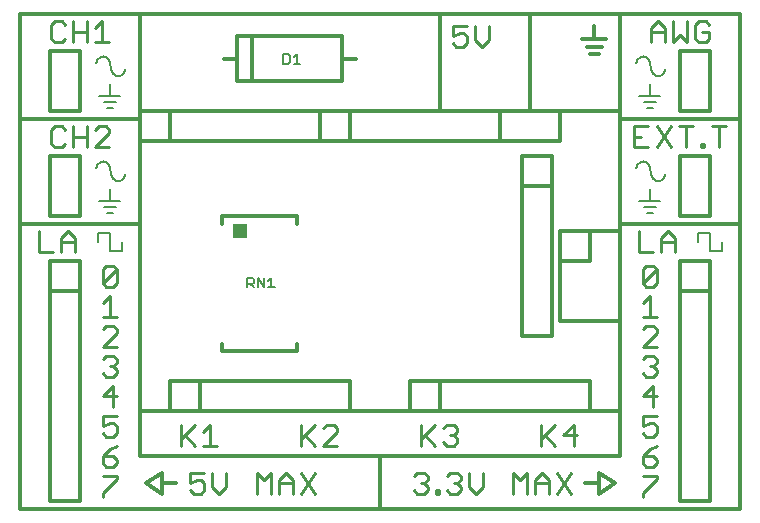
<source format=gto>
G75*
G70*
%OFA0B0*%
%FSLAX24Y24*%
%IPPOS*%
%LPD*%
%AMOC8*
5,1,8,0,0,1.08239X$1,22.5*
%
%ADD10C,0.0000*%
%ADD11C,0.0100*%
%ADD12C,0.0080*%
%ADD13C,0.0120*%
%ADD14R,0.0500X0.0500*%
%ADD15C,0.0050*%
D10*
X000161Y000161D02*
X000161Y016661D01*
X024161Y016661D01*
X024153Y000161D01*
X000161Y000161D01*
X020161Y009661D02*
X020161Y013411D01*
D11*
X020646Y012912D02*
X020646Y012211D01*
X021114Y012211D01*
X021383Y012211D02*
X021850Y012912D01*
X022120Y012912D02*
X022587Y012912D01*
X022353Y012912D02*
X022353Y012211D01*
X021850Y012211D02*
X021383Y012912D01*
X021114Y012912D02*
X020646Y012912D01*
X020646Y012562D02*
X020880Y012562D01*
X022856Y012328D02*
X022856Y012211D01*
X022973Y012211D01*
X022973Y012328D01*
X022856Y012328D01*
X023458Y012211D02*
X023458Y012912D01*
X023225Y012912D02*
X023692Y012912D01*
X023025Y015711D02*
X022791Y015711D01*
X022675Y015828D01*
X022675Y016295D01*
X022791Y016412D01*
X023025Y016412D01*
X023142Y016295D01*
X023142Y016062D02*
X022908Y016062D01*
X023142Y016062D02*
X023142Y015828D01*
X023025Y015711D01*
X022405Y015711D02*
X022405Y016412D01*
X021938Y016412D02*
X021938Y015711D01*
X022171Y015945D01*
X022405Y015711D01*
X021668Y015711D02*
X021668Y016178D01*
X021435Y016412D01*
X021201Y016178D01*
X021201Y015711D01*
X021201Y016062D02*
X021668Y016062D01*
X015792Y016262D02*
X015792Y015795D01*
X015558Y015561D01*
X015325Y015795D01*
X015325Y016262D01*
X015055Y016262D02*
X014588Y016262D01*
X014588Y015912D01*
X014822Y016028D01*
X014938Y016028D01*
X015055Y015912D01*
X015055Y015678D01*
X014938Y015561D01*
X014705Y015561D01*
X014588Y015678D01*
X020788Y009412D02*
X020788Y008711D01*
X021255Y008711D01*
X021525Y008711D02*
X021525Y009178D01*
X021758Y009412D01*
X021992Y009178D01*
X021992Y008711D01*
X021992Y009062D02*
X021525Y009062D01*
X021275Y008262D02*
X021041Y008262D01*
X020925Y008145D01*
X020925Y007678D01*
X021392Y008145D01*
X021392Y007678D01*
X021275Y007561D01*
X021041Y007561D01*
X020925Y007678D01*
X021158Y007262D02*
X021158Y006561D01*
X020925Y006561D02*
X021392Y006561D01*
X021275Y006262D02*
X021041Y006262D01*
X020925Y006145D01*
X021275Y006262D02*
X021392Y006145D01*
X021392Y006028D01*
X020925Y005561D01*
X021392Y005561D01*
X021275Y005262D02*
X021041Y005262D01*
X020925Y005145D01*
X021158Y004912D02*
X021275Y004912D01*
X021392Y004795D01*
X021392Y004678D01*
X021275Y004561D01*
X021041Y004561D01*
X020925Y004678D01*
X021275Y004912D02*
X021392Y005028D01*
X021392Y005145D01*
X021275Y005262D01*
X021275Y004262D02*
X020925Y003912D01*
X021392Y003912D01*
X021275Y003561D02*
X021275Y004262D01*
X021392Y003262D02*
X020925Y003262D01*
X020925Y002912D01*
X021158Y003028D01*
X021275Y003028D01*
X021392Y002912D01*
X021392Y002678D01*
X021275Y002561D01*
X021041Y002561D01*
X020925Y002678D01*
X021158Y002145D02*
X021392Y002262D01*
X021158Y002145D02*
X020925Y001912D01*
X021275Y001912D01*
X021392Y001795D01*
X021392Y001678D01*
X021275Y001561D01*
X021041Y001561D01*
X020925Y001678D01*
X020925Y001912D01*
X020925Y001262D02*
X021392Y001262D01*
X021392Y001145D01*
X020925Y000678D01*
X020925Y000561D01*
X018542Y000661D02*
X018075Y001362D01*
X017805Y001128D02*
X017805Y000661D01*
X018075Y000661D02*
X018542Y001362D01*
X017805Y001128D02*
X017571Y001362D01*
X017338Y001128D01*
X017338Y000661D01*
X017068Y000661D02*
X017068Y001362D01*
X016835Y001128D01*
X016601Y001362D01*
X016601Y000661D01*
X017338Y001012D02*
X017805Y001012D01*
X018005Y002261D02*
X017655Y002612D01*
X017538Y002495D02*
X018005Y002962D01*
X018275Y002612D02*
X018742Y002612D01*
X018625Y002261D02*
X018625Y002962D01*
X018275Y002612D01*
X017538Y002962D02*
X017538Y002261D01*
X015595Y001362D02*
X015595Y000895D01*
X015362Y000661D01*
X015128Y000895D01*
X015128Y001362D01*
X014859Y001245D02*
X014859Y001128D01*
X014742Y001012D01*
X014859Y000895D01*
X014859Y000778D01*
X014742Y000661D01*
X014508Y000661D01*
X014391Y000778D01*
X014140Y000778D02*
X014140Y000661D01*
X014023Y000661D01*
X014023Y000778D01*
X014140Y000778D01*
X013754Y000778D02*
X013637Y000661D01*
X013403Y000661D01*
X013287Y000778D01*
X013520Y001012D02*
X013637Y001012D01*
X013754Y000895D01*
X013754Y000778D01*
X013637Y001012D02*
X013754Y001128D01*
X013754Y001245D01*
X013637Y001362D01*
X013403Y001362D01*
X013287Y001245D01*
X014391Y001245D02*
X014508Y001362D01*
X014742Y001362D01*
X014859Y001245D01*
X014742Y001012D02*
X014625Y001012D01*
X014625Y002261D02*
X014391Y002261D01*
X014275Y002378D01*
X014005Y002261D02*
X013655Y002612D01*
X013538Y002495D02*
X014005Y002962D01*
X014275Y002845D02*
X014391Y002962D01*
X014625Y002962D01*
X014742Y002845D01*
X014742Y002728D01*
X014625Y002612D01*
X014742Y002495D01*
X014742Y002378D01*
X014625Y002261D01*
X014625Y002612D02*
X014508Y002612D01*
X013538Y002962D02*
X013538Y002261D01*
X010742Y002261D02*
X010275Y002261D01*
X010742Y002728D01*
X010742Y002845D01*
X010625Y002962D01*
X010391Y002962D01*
X010275Y002845D01*
X010005Y002962D02*
X009538Y002495D01*
X009655Y002612D02*
X010005Y002261D01*
X009538Y002261D02*
X009538Y002962D01*
X009525Y001362D02*
X009992Y000661D01*
X009525Y000661D02*
X009992Y001362D01*
X009255Y001128D02*
X009255Y000661D01*
X008788Y000661D02*
X008788Y001128D01*
X009021Y001362D01*
X009255Y001128D01*
X009255Y001012D02*
X008788Y001012D01*
X008518Y001362D02*
X008518Y000661D01*
X008051Y000661D02*
X008051Y001362D01*
X008285Y001128D01*
X008518Y001362D01*
X007045Y001362D02*
X007045Y000895D01*
X006812Y000661D01*
X006578Y000895D01*
X006578Y001362D01*
X006309Y001362D02*
X005841Y001362D01*
X005841Y001012D01*
X006075Y001128D01*
X006192Y001128D01*
X006309Y001012D01*
X006309Y000778D01*
X006192Y000661D01*
X005958Y000661D01*
X005841Y000778D01*
X006005Y002261D02*
X005655Y002612D01*
X005538Y002495D02*
X006005Y002962D01*
X006275Y002728D02*
X006508Y002962D01*
X006508Y002261D01*
X006275Y002261D02*
X006742Y002261D01*
X005538Y002261D02*
X005538Y002962D01*
X003392Y002912D02*
X003392Y002678D01*
X003275Y002561D01*
X003041Y002561D01*
X002925Y002678D01*
X002925Y002912D02*
X003158Y003028D01*
X003275Y003028D01*
X003392Y002912D01*
X002925Y002912D02*
X002925Y003262D01*
X003392Y003262D01*
X003275Y003561D02*
X003275Y004262D01*
X002925Y003912D01*
X003392Y003912D01*
X003275Y004561D02*
X003041Y004561D01*
X002925Y004678D01*
X003275Y004561D02*
X003392Y004678D01*
X003392Y004795D01*
X003275Y004912D01*
X003158Y004912D01*
X003275Y004912D02*
X003392Y005028D01*
X003392Y005145D01*
X003275Y005262D01*
X003041Y005262D01*
X002925Y005145D01*
X002925Y005561D02*
X003392Y006028D01*
X003392Y006145D01*
X003275Y006262D01*
X003041Y006262D01*
X002925Y006145D01*
X002925Y006561D02*
X003392Y006561D01*
X003158Y006561D02*
X003158Y007262D01*
X002925Y007028D01*
X003041Y007561D02*
X002925Y007678D01*
X003392Y008145D01*
X003392Y007678D01*
X003275Y007561D01*
X003041Y007561D01*
X002925Y007678D02*
X002925Y008145D01*
X003041Y008262D01*
X003275Y008262D01*
X003392Y008145D01*
X001992Y008711D02*
X001992Y009178D01*
X001758Y009412D01*
X001525Y009178D01*
X001525Y008711D01*
X001255Y008711D02*
X000788Y008711D01*
X000788Y009412D01*
X001525Y009062D02*
X001992Y009062D01*
X001938Y012211D02*
X001938Y012912D01*
X001668Y012795D02*
X001552Y012912D01*
X001318Y012912D01*
X001201Y012795D01*
X001201Y012328D01*
X001318Y012211D01*
X001552Y012211D01*
X001668Y012328D01*
X001938Y012562D02*
X002405Y012562D01*
X002675Y012795D02*
X002791Y012912D01*
X003025Y012912D01*
X003142Y012795D01*
X003142Y012678D01*
X002675Y012211D01*
X003142Y012211D01*
X002405Y012211D02*
X002405Y012912D01*
X002405Y015711D02*
X002405Y016412D01*
X002675Y016178D02*
X002908Y016412D01*
X002908Y015711D01*
X002675Y015711D02*
X003142Y015711D01*
X002405Y016062D02*
X001938Y016062D01*
X001668Y016295D02*
X001552Y016412D01*
X001318Y016412D01*
X001201Y016295D01*
X001201Y015828D01*
X001318Y015711D01*
X001552Y015711D01*
X001668Y015828D01*
X001938Y015711D02*
X001938Y016412D01*
X002925Y005561D02*
X003392Y005561D01*
X003392Y002262D02*
X003158Y002145D01*
X002925Y001912D01*
X003275Y001912D01*
X003392Y001795D01*
X003392Y001678D01*
X003275Y001561D01*
X003041Y001561D01*
X002925Y001678D01*
X002925Y001912D01*
X002925Y001262D02*
X003392Y001262D01*
X003392Y001145D01*
X002925Y000678D01*
X002925Y000561D01*
X020925Y007028D02*
X021158Y007262D01*
X021392Y008145D02*
X021275Y008262D01*
D12*
X022761Y009061D02*
X022761Y009361D01*
X023161Y009361D01*
X023161Y008761D01*
X023561Y008761D01*
X023561Y009061D01*
X021511Y010411D02*
X021161Y010411D01*
X021161Y010811D01*
X021161Y010411D02*
X020811Y010411D01*
X020961Y010211D02*
X021361Y010211D01*
X021261Y010011D02*
X021061Y010011D01*
X021211Y011311D02*
X021161Y011511D01*
X021159Y011539D01*
X021154Y011567D01*
X021145Y011594D01*
X021133Y011619D01*
X021118Y011643D01*
X021100Y011665D01*
X021079Y011684D01*
X021057Y011701D01*
X021032Y011715D01*
X021006Y011725D01*
X020978Y011732D01*
X020950Y011736D01*
X020922Y011736D01*
X020894Y011732D01*
X020866Y011725D01*
X020840Y011715D01*
X020815Y011701D01*
X020793Y011684D01*
X020772Y011665D01*
X020754Y011643D01*
X020739Y011619D01*
X020727Y011594D01*
X020718Y011567D01*
X020713Y011539D01*
X020711Y011511D01*
X021211Y011311D02*
X021213Y011283D01*
X021218Y011255D01*
X021227Y011228D01*
X021239Y011203D01*
X021254Y011179D01*
X021272Y011157D01*
X021293Y011138D01*
X021315Y011121D01*
X021340Y011107D01*
X021366Y011097D01*
X021394Y011090D01*
X021422Y011086D01*
X021450Y011086D01*
X021478Y011090D01*
X021506Y011097D01*
X021532Y011107D01*
X021557Y011121D01*
X021579Y011138D01*
X021600Y011157D01*
X021618Y011179D01*
X021633Y011203D01*
X021645Y011228D01*
X021654Y011255D01*
X021659Y011283D01*
X021661Y011311D01*
X021261Y013511D02*
X021061Y013511D01*
X020961Y013711D02*
X021361Y013711D01*
X021511Y013911D02*
X021161Y013911D01*
X021161Y014311D01*
X021161Y013911D02*
X020811Y013911D01*
X021211Y014811D02*
X021161Y015011D01*
X021159Y015039D01*
X021154Y015067D01*
X021145Y015094D01*
X021133Y015119D01*
X021118Y015143D01*
X021100Y015165D01*
X021079Y015184D01*
X021057Y015201D01*
X021032Y015215D01*
X021006Y015225D01*
X020978Y015232D01*
X020950Y015236D01*
X020922Y015236D01*
X020894Y015232D01*
X020866Y015225D01*
X020840Y015215D01*
X020815Y015201D01*
X020793Y015184D01*
X020772Y015165D01*
X020754Y015143D01*
X020739Y015119D01*
X020727Y015094D01*
X020718Y015067D01*
X020713Y015039D01*
X020711Y015011D01*
X021211Y014811D02*
X021213Y014783D01*
X021218Y014755D01*
X021227Y014728D01*
X021239Y014703D01*
X021254Y014679D01*
X021272Y014657D01*
X021293Y014638D01*
X021315Y014621D01*
X021340Y014607D01*
X021366Y014597D01*
X021394Y014590D01*
X021422Y014586D01*
X021450Y014586D01*
X021478Y014590D01*
X021506Y014597D01*
X021532Y014607D01*
X021557Y014621D01*
X021579Y014638D01*
X021600Y014657D01*
X021618Y014679D01*
X021633Y014703D01*
X021645Y014728D01*
X021654Y014755D01*
X021659Y014783D01*
X021661Y014811D01*
X003511Y013911D02*
X003161Y013911D01*
X003161Y014311D01*
X003161Y013911D02*
X002811Y013911D01*
X002961Y013711D02*
X003361Y013711D01*
X003261Y013511D02*
X003061Y013511D01*
X003211Y014811D02*
X003161Y015011D01*
X003159Y015039D01*
X003154Y015067D01*
X003145Y015094D01*
X003133Y015119D01*
X003118Y015143D01*
X003100Y015165D01*
X003079Y015184D01*
X003057Y015201D01*
X003032Y015215D01*
X003006Y015225D01*
X002978Y015232D01*
X002950Y015236D01*
X002922Y015236D01*
X002894Y015232D01*
X002866Y015225D01*
X002840Y015215D01*
X002815Y015201D01*
X002793Y015184D01*
X002772Y015165D01*
X002754Y015143D01*
X002739Y015119D01*
X002727Y015094D01*
X002718Y015067D01*
X002713Y015039D01*
X002711Y015011D01*
X003211Y014811D02*
X003213Y014783D01*
X003218Y014755D01*
X003227Y014728D01*
X003239Y014703D01*
X003254Y014679D01*
X003272Y014657D01*
X003293Y014638D01*
X003315Y014621D01*
X003340Y014607D01*
X003366Y014597D01*
X003394Y014590D01*
X003422Y014586D01*
X003450Y014586D01*
X003478Y014590D01*
X003506Y014597D01*
X003532Y014607D01*
X003557Y014621D01*
X003579Y014638D01*
X003600Y014657D01*
X003618Y014679D01*
X003633Y014703D01*
X003645Y014728D01*
X003654Y014755D01*
X003659Y014783D01*
X003661Y014811D01*
X003161Y011511D02*
X003211Y011311D01*
X003213Y011283D01*
X003218Y011255D01*
X003227Y011228D01*
X003239Y011203D01*
X003254Y011179D01*
X003272Y011157D01*
X003293Y011138D01*
X003315Y011121D01*
X003340Y011107D01*
X003366Y011097D01*
X003394Y011090D01*
X003422Y011086D01*
X003450Y011086D01*
X003478Y011090D01*
X003506Y011097D01*
X003532Y011107D01*
X003557Y011121D01*
X003579Y011138D01*
X003600Y011157D01*
X003618Y011179D01*
X003633Y011203D01*
X003645Y011228D01*
X003654Y011255D01*
X003659Y011283D01*
X003661Y011311D01*
X003161Y010811D02*
X003161Y010411D01*
X003511Y010411D01*
X003361Y010211D02*
X002961Y010211D01*
X003061Y010011D02*
X003261Y010011D01*
X003161Y010411D02*
X002811Y010411D01*
X002761Y009361D02*
X003161Y009361D01*
X003161Y008761D01*
X003561Y008761D01*
X003561Y009061D01*
X002761Y009061D02*
X002761Y009361D01*
X002711Y011511D02*
X002713Y011539D01*
X002718Y011567D01*
X002727Y011594D01*
X002739Y011619D01*
X002754Y011643D01*
X002772Y011665D01*
X002793Y011684D01*
X002815Y011701D01*
X002840Y011715D01*
X002866Y011725D01*
X002894Y011732D01*
X002922Y011736D01*
X002950Y011736D01*
X002978Y011732D01*
X003006Y011725D01*
X003032Y011715D01*
X003057Y011701D01*
X003079Y011684D01*
X003100Y011665D01*
X003118Y011643D01*
X003133Y011619D01*
X003145Y011594D01*
X003154Y011567D01*
X003159Y011539D01*
X003161Y011511D01*
D13*
X000161Y000161D02*
X012161Y000161D01*
X012161Y001911D01*
X020161Y001911D01*
X020161Y003411D01*
X004161Y003411D01*
X004161Y001911D01*
X012161Y001911D01*
X011161Y003411D02*
X011161Y004411D01*
X006161Y004411D01*
X006161Y003411D01*
X011161Y003411D01*
X013161Y003411D02*
X014161Y003411D01*
X014161Y004411D01*
X013161Y004411D01*
X013161Y003411D01*
X014161Y003411D02*
X019161Y003411D01*
X019161Y004411D01*
X014161Y004411D01*
X016911Y005911D02*
X017911Y005911D01*
X017911Y010911D01*
X016911Y010911D01*
X016911Y005911D01*
X018161Y006411D02*
X020161Y006411D01*
X020161Y009411D01*
X019161Y009411D01*
X019161Y008411D01*
X018161Y008411D01*
X018161Y006411D01*
X018161Y008411D02*
X018161Y009411D01*
X019161Y009411D01*
X020161Y009661D02*
X020161Y003411D01*
X019461Y001361D02*
X019461Y001011D01*
X019011Y001011D01*
X019461Y001011D02*
X019461Y000661D01*
X020011Y001011D01*
X019461Y001361D01*
X022161Y000411D02*
X023161Y000411D01*
X023161Y007411D01*
X022161Y007411D01*
X022161Y000411D01*
X024161Y000161D02*
X012161Y000161D01*
X006161Y003411D02*
X005161Y003411D01*
X005161Y004411D01*
X006161Y004411D01*
X006911Y005411D02*
X006911Y005661D01*
X006911Y005411D02*
X009411Y005411D01*
X009411Y005661D01*
X004161Y003411D02*
X004161Y009661D01*
X000161Y009661D01*
X000161Y000161D01*
X001161Y000411D02*
X002161Y000411D01*
X002161Y007411D01*
X001161Y007411D01*
X001161Y000411D01*
X004361Y001011D02*
X004911Y000661D01*
X004911Y001011D01*
X005361Y001011D01*
X004911Y001011D02*
X004911Y001361D01*
X004361Y001011D01*
X002161Y007411D02*
X002161Y008411D01*
X001161Y008411D01*
X001161Y007411D01*
X000161Y009661D02*
X000161Y013161D01*
X004161Y013161D01*
X004161Y009661D01*
X002161Y009911D02*
X002161Y011911D01*
X001161Y011911D01*
X001161Y009911D01*
X002161Y009911D01*
X004161Y012411D02*
X005161Y012411D01*
X005161Y013411D01*
X004161Y013411D01*
X004161Y012411D01*
X005161Y012411D02*
X010161Y012411D01*
X011161Y012411D01*
X011161Y013411D01*
X010161Y013411D01*
X010161Y012411D01*
X010161Y013411D01*
X005161Y013411D01*
X004161Y013411D02*
X004161Y013161D01*
X004161Y013411D02*
X020161Y013411D01*
X020161Y016661D01*
X017161Y016661D01*
X017161Y013461D01*
X018161Y013411D02*
X016161Y013411D01*
X016161Y012411D01*
X018161Y012411D01*
X018161Y013411D01*
X016161Y013411D02*
X016161Y012411D01*
X011161Y012411D01*
X011161Y013411D02*
X016161Y013411D01*
X014161Y013461D02*
X014161Y016661D01*
X017161Y016661D01*
X018911Y015811D02*
X019311Y015811D01*
X019311Y016261D01*
X019311Y015811D02*
X019711Y015811D01*
X019561Y015561D02*
X019061Y015561D01*
X019161Y015311D02*
X019461Y015311D01*
X020161Y016661D02*
X024161Y016661D01*
X024161Y013161D01*
X020161Y013161D01*
X020161Y009661D01*
X024161Y009661D01*
X024161Y000161D01*
X023161Y007411D02*
X023161Y008411D01*
X022161Y008411D01*
X022161Y007411D01*
X024161Y009661D02*
X024161Y013161D01*
X023161Y013411D02*
X023161Y015411D01*
X022161Y015411D01*
X022161Y013411D01*
X023161Y013411D01*
X023161Y011911D02*
X022161Y011911D01*
X022161Y009911D01*
X023161Y009911D01*
X023161Y011911D01*
X020161Y013161D02*
X020161Y013411D01*
X017911Y011911D02*
X017911Y010911D01*
X016911Y010911D02*
X016911Y011911D01*
X017911Y011911D01*
X011361Y015161D02*
X010911Y015161D01*
X010911Y015911D01*
X007911Y015911D01*
X007911Y014411D01*
X010911Y014411D01*
X010911Y015161D01*
X007911Y014411D02*
X007411Y014411D01*
X007411Y015161D01*
X007411Y015911D01*
X007911Y015911D01*
X007411Y015161D02*
X006961Y015161D01*
X004161Y016661D02*
X004161Y013411D01*
X002161Y013411D02*
X002161Y015411D01*
X001161Y015411D01*
X001161Y013411D01*
X002161Y013411D01*
X000161Y013161D02*
X000161Y016661D01*
X004161Y016661D01*
X014161Y016661D01*
X009411Y009911D02*
X006911Y009911D01*
X006911Y009661D01*
X009411Y009661D02*
X009411Y009911D01*
D14*
X007511Y009411D03*
D15*
X007736Y007867D02*
X007901Y007867D01*
X007956Y007811D01*
X007956Y007701D01*
X007901Y007646D01*
X007736Y007646D01*
X007736Y007536D02*
X007736Y007867D01*
X007846Y007646D02*
X007956Y007536D01*
X008086Y007536D02*
X008086Y007867D01*
X008306Y007536D01*
X008306Y007867D01*
X008436Y007756D02*
X008546Y007867D01*
X008546Y007536D01*
X008436Y007536D02*
X008656Y007536D01*
X008936Y014986D02*
X009101Y014986D01*
X009156Y015041D01*
X009156Y015261D01*
X009101Y015317D01*
X008936Y015317D01*
X008936Y014986D01*
X009286Y014986D02*
X009506Y014986D01*
X009396Y014986D02*
X009396Y015317D01*
X009286Y015206D01*
M02*

</source>
